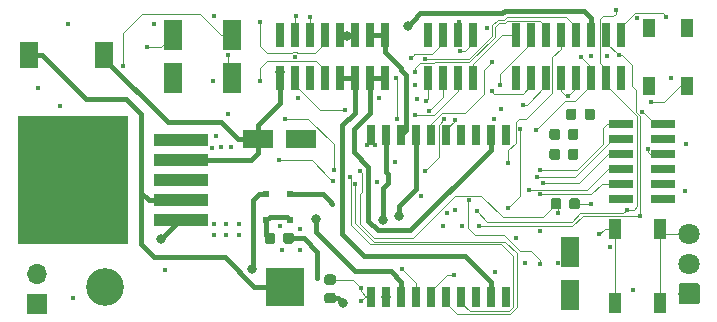
<source format=gbr>
G04 #@! TF.GenerationSoftware,KiCad,Pcbnew,5.1.0*
G04 #@! TF.CreationDate,2019-04-02T20:23:26-06:00*
G04 #@! TF.ProjectId,minisumo-FreeRTOS,6d696e69-7375-46d6-9f2d-467265655254,rev?*
G04 #@! TF.SameCoordinates,Original*
G04 #@! TF.FileFunction,Copper,L1,Top*
G04 #@! TF.FilePolarity,Positive*
%FSLAX46Y46*%
G04 Gerber Fmt 4.6, Leading zero omitted, Abs format (unit mm)*
G04 Created by KiCad (PCBNEW 5.1.0) date 2019-04-02 20:23:26*
%MOMM*%
%LPD*%
G04 APERTURE LIST*
%ADD10R,9.400000X10.800000*%
%ADD11R,4.600000X1.100000*%
%ADD12R,1.500000X2.200000*%
%ADD13R,0.700000X1.700000*%
%ADD14R,2.600000X1.600000*%
%ADD15C,0.100000*%
%ADD16C,0.875000*%
%ADD17R,1.600000X2.600000*%
%ADD18R,3.200000X3.200000*%
%ADD19O,3.200000X3.200000*%
%ADD20R,0.500000X0.500000*%
%ADD21R,1.000000X1.500000*%
%ADD22R,0.750000X2.100000*%
%ADD23R,2.100000X0.750000*%
%ADD24R,1.000000X1.700000*%
%ADD25C,1.800000*%
%ADD26R,1.700000X1.700000*%
%ADD27O,1.700000X1.700000*%
%ADD28C,0.800000*%
%ADD29C,0.450000*%
%ADD30C,0.400000*%
G04 APERTURE END LIST*
D10*
X115000000Y-98950000D03*
D11*
X124150000Y-95550000D03*
X124150000Y-97250000D03*
X124150000Y-98950000D03*
X124150000Y-100650000D03*
X124150000Y-102350000D03*
D12*
X117700000Y-88400000D03*
X111300000Y-88400000D03*
D13*
X140285000Y-95150000D03*
X141555000Y-95150000D03*
X142825000Y-95150000D03*
X144095000Y-95150000D03*
X145365000Y-95150000D03*
X146635000Y-95150000D03*
X147905000Y-95150000D03*
X149175000Y-95150000D03*
X150445000Y-95150000D03*
X151715000Y-95150000D03*
X151715000Y-108850000D03*
X150445000Y-108850000D03*
X149175000Y-108850000D03*
X147905000Y-108850000D03*
X146635000Y-108850000D03*
X145365000Y-108850000D03*
X144095000Y-108850000D03*
X142825000Y-108850000D03*
X141555000Y-108850000D03*
X140285000Y-108850000D03*
D14*
X130700000Y-95500000D03*
X134300000Y-95500000D03*
D15*
G36*
X157627691Y-94626053D02*
G01*
X157648926Y-94629203D01*
X157669750Y-94634419D01*
X157689962Y-94641651D01*
X157709368Y-94650830D01*
X157727781Y-94661866D01*
X157745024Y-94674654D01*
X157760930Y-94689070D01*
X157775346Y-94704976D01*
X157788134Y-94722219D01*
X157799170Y-94740632D01*
X157808349Y-94760038D01*
X157815581Y-94780250D01*
X157820797Y-94801074D01*
X157823947Y-94822309D01*
X157825000Y-94843750D01*
X157825000Y-95356250D01*
X157823947Y-95377691D01*
X157820797Y-95398926D01*
X157815581Y-95419750D01*
X157808349Y-95439962D01*
X157799170Y-95459368D01*
X157788134Y-95477781D01*
X157775346Y-95495024D01*
X157760930Y-95510930D01*
X157745024Y-95525346D01*
X157727781Y-95538134D01*
X157709368Y-95549170D01*
X157689962Y-95558349D01*
X157669750Y-95565581D01*
X157648926Y-95570797D01*
X157627691Y-95573947D01*
X157606250Y-95575000D01*
X157168750Y-95575000D01*
X157147309Y-95573947D01*
X157126074Y-95570797D01*
X157105250Y-95565581D01*
X157085038Y-95558349D01*
X157065632Y-95549170D01*
X157047219Y-95538134D01*
X157029976Y-95525346D01*
X157014070Y-95510930D01*
X156999654Y-95495024D01*
X156986866Y-95477781D01*
X156975830Y-95459368D01*
X156966651Y-95439962D01*
X156959419Y-95419750D01*
X156954203Y-95398926D01*
X156951053Y-95377691D01*
X156950000Y-95356250D01*
X156950000Y-94843750D01*
X156951053Y-94822309D01*
X156954203Y-94801074D01*
X156959419Y-94780250D01*
X156966651Y-94760038D01*
X156975830Y-94740632D01*
X156986866Y-94722219D01*
X156999654Y-94704976D01*
X157014070Y-94689070D01*
X157029976Y-94674654D01*
X157047219Y-94661866D01*
X157065632Y-94650830D01*
X157085038Y-94641651D01*
X157105250Y-94634419D01*
X157126074Y-94629203D01*
X157147309Y-94626053D01*
X157168750Y-94625000D01*
X157606250Y-94625000D01*
X157627691Y-94626053D01*
X157627691Y-94626053D01*
G37*
D16*
X157387500Y-95100000D03*
D15*
G36*
X156052691Y-94626053D02*
G01*
X156073926Y-94629203D01*
X156094750Y-94634419D01*
X156114962Y-94641651D01*
X156134368Y-94650830D01*
X156152781Y-94661866D01*
X156170024Y-94674654D01*
X156185930Y-94689070D01*
X156200346Y-94704976D01*
X156213134Y-94722219D01*
X156224170Y-94740632D01*
X156233349Y-94760038D01*
X156240581Y-94780250D01*
X156245797Y-94801074D01*
X156248947Y-94822309D01*
X156250000Y-94843750D01*
X156250000Y-95356250D01*
X156248947Y-95377691D01*
X156245797Y-95398926D01*
X156240581Y-95419750D01*
X156233349Y-95439962D01*
X156224170Y-95459368D01*
X156213134Y-95477781D01*
X156200346Y-95495024D01*
X156185930Y-95510930D01*
X156170024Y-95525346D01*
X156152781Y-95538134D01*
X156134368Y-95549170D01*
X156114962Y-95558349D01*
X156094750Y-95565581D01*
X156073926Y-95570797D01*
X156052691Y-95573947D01*
X156031250Y-95575000D01*
X155593750Y-95575000D01*
X155572309Y-95573947D01*
X155551074Y-95570797D01*
X155530250Y-95565581D01*
X155510038Y-95558349D01*
X155490632Y-95549170D01*
X155472219Y-95538134D01*
X155454976Y-95525346D01*
X155439070Y-95510930D01*
X155424654Y-95495024D01*
X155411866Y-95477781D01*
X155400830Y-95459368D01*
X155391651Y-95439962D01*
X155384419Y-95419750D01*
X155379203Y-95398926D01*
X155376053Y-95377691D01*
X155375000Y-95356250D01*
X155375000Y-94843750D01*
X155376053Y-94822309D01*
X155379203Y-94801074D01*
X155384419Y-94780250D01*
X155391651Y-94760038D01*
X155400830Y-94740632D01*
X155411866Y-94722219D01*
X155424654Y-94704976D01*
X155439070Y-94689070D01*
X155454976Y-94674654D01*
X155472219Y-94661866D01*
X155490632Y-94650830D01*
X155510038Y-94641651D01*
X155530250Y-94634419D01*
X155551074Y-94629203D01*
X155572309Y-94626053D01*
X155593750Y-94625000D01*
X156031250Y-94625000D01*
X156052691Y-94626053D01*
X156052691Y-94626053D01*
G37*
D16*
X155812500Y-95100000D03*
D15*
G36*
X156052691Y-96326053D02*
G01*
X156073926Y-96329203D01*
X156094750Y-96334419D01*
X156114962Y-96341651D01*
X156134368Y-96350830D01*
X156152781Y-96361866D01*
X156170024Y-96374654D01*
X156185930Y-96389070D01*
X156200346Y-96404976D01*
X156213134Y-96422219D01*
X156224170Y-96440632D01*
X156233349Y-96460038D01*
X156240581Y-96480250D01*
X156245797Y-96501074D01*
X156248947Y-96522309D01*
X156250000Y-96543750D01*
X156250000Y-97056250D01*
X156248947Y-97077691D01*
X156245797Y-97098926D01*
X156240581Y-97119750D01*
X156233349Y-97139962D01*
X156224170Y-97159368D01*
X156213134Y-97177781D01*
X156200346Y-97195024D01*
X156185930Y-97210930D01*
X156170024Y-97225346D01*
X156152781Y-97238134D01*
X156134368Y-97249170D01*
X156114962Y-97258349D01*
X156094750Y-97265581D01*
X156073926Y-97270797D01*
X156052691Y-97273947D01*
X156031250Y-97275000D01*
X155593750Y-97275000D01*
X155572309Y-97273947D01*
X155551074Y-97270797D01*
X155530250Y-97265581D01*
X155510038Y-97258349D01*
X155490632Y-97249170D01*
X155472219Y-97238134D01*
X155454976Y-97225346D01*
X155439070Y-97210930D01*
X155424654Y-97195024D01*
X155411866Y-97177781D01*
X155400830Y-97159368D01*
X155391651Y-97139962D01*
X155384419Y-97119750D01*
X155379203Y-97098926D01*
X155376053Y-97077691D01*
X155375000Y-97056250D01*
X155375000Y-96543750D01*
X155376053Y-96522309D01*
X155379203Y-96501074D01*
X155384419Y-96480250D01*
X155391651Y-96460038D01*
X155400830Y-96440632D01*
X155411866Y-96422219D01*
X155424654Y-96404976D01*
X155439070Y-96389070D01*
X155454976Y-96374654D01*
X155472219Y-96361866D01*
X155490632Y-96350830D01*
X155510038Y-96341651D01*
X155530250Y-96334419D01*
X155551074Y-96329203D01*
X155572309Y-96326053D01*
X155593750Y-96325000D01*
X156031250Y-96325000D01*
X156052691Y-96326053D01*
X156052691Y-96326053D01*
G37*
D16*
X155812500Y-96800000D03*
D15*
G36*
X157627691Y-96326053D02*
G01*
X157648926Y-96329203D01*
X157669750Y-96334419D01*
X157689962Y-96341651D01*
X157709368Y-96350830D01*
X157727781Y-96361866D01*
X157745024Y-96374654D01*
X157760930Y-96389070D01*
X157775346Y-96404976D01*
X157788134Y-96422219D01*
X157799170Y-96440632D01*
X157808349Y-96460038D01*
X157815581Y-96480250D01*
X157820797Y-96501074D01*
X157823947Y-96522309D01*
X157825000Y-96543750D01*
X157825000Y-97056250D01*
X157823947Y-97077691D01*
X157820797Y-97098926D01*
X157815581Y-97119750D01*
X157808349Y-97139962D01*
X157799170Y-97159368D01*
X157788134Y-97177781D01*
X157775346Y-97195024D01*
X157760930Y-97210930D01*
X157745024Y-97225346D01*
X157727781Y-97238134D01*
X157709368Y-97249170D01*
X157689962Y-97258349D01*
X157669750Y-97265581D01*
X157648926Y-97270797D01*
X157627691Y-97273947D01*
X157606250Y-97275000D01*
X157168750Y-97275000D01*
X157147309Y-97273947D01*
X157126074Y-97270797D01*
X157105250Y-97265581D01*
X157085038Y-97258349D01*
X157065632Y-97249170D01*
X157047219Y-97238134D01*
X157029976Y-97225346D01*
X157014070Y-97210930D01*
X156999654Y-97195024D01*
X156986866Y-97177781D01*
X156975830Y-97159368D01*
X156966651Y-97139962D01*
X156959419Y-97119750D01*
X156954203Y-97098926D01*
X156951053Y-97077691D01*
X156950000Y-97056250D01*
X156950000Y-96543750D01*
X156951053Y-96522309D01*
X156954203Y-96501074D01*
X156959419Y-96480250D01*
X156966651Y-96460038D01*
X156975830Y-96440632D01*
X156986866Y-96422219D01*
X156999654Y-96404976D01*
X157014070Y-96389070D01*
X157029976Y-96374654D01*
X157047219Y-96361866D01*
X157065632Y-96350830D01*
X157085038Y-96341651D01*
X157105250Y-96334419D01*
X157126074Y-96329203D01*
X157147309Y-96326053D01*
X157168750Y-96325000D01*
X157606250Y-96325000D01*
X157627691Y-96326053D01*
X157627691Y-96326053D01*
G37*
D16*
X157387500Y-96800000D03*
D15*
G36*
X157452691Y-92926053D02*
G01*
X157473926Y-92929203D01*
X157494750Y-92934419D01*
X157514962Y-92941651D01*
X157534368Y-92950830D01*
X157552781Y-92961866D01*
X157570024Y-92974654D01*
X157585930Y-92989070D01*
X157600346Y-93004976D01*
X157613134Y-93022219D01*
X157624170Y-93040632D01*
X157633349Y-93060038D01*
X157640581Y-93080250D01*
X157645797Y-93101074D01*
X157648947Y-93122309D01*
X157650000Y-93143750D01*
X157650000Y-93656250D01*
X157648947Y-93677691D01*
X157645797Y-93698926D01*
X157640581Y-93719750D01*
X157633349Y-93739962D01*
X157624170Y-93759368D01*
X157613134Y-93777781D01*
X157600346Y-93795024D01*
X157585930Y-93810930D01*
X157570024Y-93825346D01*
X157552781Y-93838134D01*
X157534368Y-93849170D01*
X157514962Y-93858349D01*
X157494750Y-93865581D01*
X157473926Y-93870797D01*
X157452691Y-93873947D01*
X157431250Y-93875000D01*
X156993750Y-93875000D01*
X156972309Y-93873947D01*
X156951074Y-93870797D01*
X156930250Y-93865581D01*
X156910038Y-93858349D01*
X156890632Y-93849170D01*
X156872219Y-93838134D01*
X156854976Y-93825346D01*
X156839070Y-93810930D01*
X156824654Y-93795024D01*
X156811866Y-93777781D01*
X156800830Y-93759368D01*
X156791651Y-93739962D01*
X156784419Y-93719750D01*
X156779203Y-93698926D01*
X156776053Y-93677691D01*
X156775000Y-93656250D01*
X156775000Y-93143750D01*
X156776053Y-93122309D01*
X156779203Y-93101074D01*
X156784419Y-93080250D01*
X156791651Y-93060038D01*
X156800830Y-93040632D01*
X156811866Y-93022219D01*
X156824654Y-93004976D01*
X156839070Y-92989070D01*
X156854976Y-92974654D01*
X156872219Y-92961866D01*
X156890632Y-92950830D01*
X156910038Y-92941651D01*
X156930250Y-92934419D01*
X156951074Y-92929203D01*
X156972309Y-92926053D01*
X156993750Y-92925000D01*
X157431250Y-92925000D01*
X157452691Y-92926053D01*
X157452691Y-92926053D01*
G37*
D16*
X157212500Y-93400000D03*
D15*
G36*
X159027691Y-92926053D02*
G01*
X159048926Y-92929203D01*
X159069750Y-92934419D01*
X159089962Y-92941651D01*
X159109368Y-92950830D01*
X159127781Y-92961866D01*
X159145024Y-92974654D01*
X159160930Y-92989070D01*
X159175346Y-93004976D01*
X159188134Y-93022219D01*
X159199170Y-93040632D01*
X159208349Y-93060038D01*
X159215581Y-93080250D01*
X159220797Y-93101074D01*
X159223947Y-93122309D01*
X159225000Y-93143750D01*
X159225000Y-93656250D01*
X159223947Y-93677691D01*
X159220797Y-93698926D01*
X159215581Y-93719750D01*
X159208349Y-93739962D01*
X159199170Y-93759368D01*
X159188134Y-93777781D01*
X159175346Y-93795024D01*
X159160930Y-93810930D01*
X159145024Y-93825346D01*
X159127781Y-93838134D01*
X159109368Y-93849170D01*
X159089962Y-93858349D01*
X159069750Y-93865581D01*
X159048926Y-93870797D01*
X159027691Y-93873947D01*
X159006250Y-93875000D01*
X158568750Y-93875000D01*
X158547309Y-93873947D01*
X158526074Y-93870797D01*
X158505250Y-93865581D01*
X158485038Y-93858349D01*
X158465632Y-93849170D01*
X158447219Y-93838134D01*
X158429976Y-93825346D01*
X158414070Y-93810930D01*
X158399654Y-93795024D01*
X158386866Y-93777781D01*
X158375830Y-93759368D01*
X158366651Y-93739962D01*
X158359419Y-93719750D01*
X158354203Y-93698926D01*
X158351053Y-93677691D01*
X158350000Y-93656250D01*
X158350000Y-93143750D01*
X158351053Y-93122309D01*
X158354203Y-93101074D01*
X158359419Y-93080250D01*
X158366651Y-93060038D01*
X158375830Y-93040632D01*
X158386866Y-93022219D01*
X158399654Y-93004976D01*
X158414070Y-92989070D01*
X158429976Y-92974654D01*
X158447219Y-92961866D01*
X158465632Y-92950830D01*
X158485038Y-92941651D01*
X158505250Y-92934419D01*
X158526074Y-92929203D01*
X158547309Y-92926053D01*
X158568750Y-92925000D01*
X159006250Y-92925000D01*
X159027691Y-92926053D01*
X159027691Y-92926053D01*
G37*
D16*
X158787500Y-93400000D03*
D15*
G36*
X137077691Y-106976053D02*
G01*
X137098926Y-106979203D01*
X137119750Y-106984419D01*
X137139962Y-106991651D01*
X137159368Y-107000830D01*
X137177781Y-107011866D01*
X137195024Y-107024654D01*
X137210930Y-107039070D01*
X137225346Y-107054976D01*
X137238134Y-107072219D01*
X137249170Y-107090632D01*
X137258349Y-107110038D01*
X137265581Y-107130250D01*
X137270797Y-107151074D01*
X137273947Y-107172309D01*
X137275000Y-107193750D01*
X137275000Y-107631250D01*
X137273947Y-107652691D01*
X137270797Y-107673926D01*
X137265581Y-107694750D01*
X137258349Y-107714962D01*
X137249170Y-107734368D01*
X137238134Y-107752781D01*
X137225346Y-107770024D01*
X137210930Y-107785930D01*
X137195024Y-107800346D01*
X137177781Y-107813134D01*
X137159368Y-107824170D01*
X137139962Y-107833349D01*
X137119750Y-107840581D01*
X137098926Y-107845797D01*
X137077691Y-107848947D01*
X137056250Y-107850000D01*
X136543750Y-107850000D01*
X136522309Y-107848947D01*
X136501074Y-107845797D01*
X136480250Y-107840581D01*
X136460038Y-107833349D01*
X136440632Y-107824170D01*
X136422219Y-107813134D01*
X136404976Y-107800346D01*
X136389070Y-107785930D01*
X136374654Y-107770024D01*
X136361866Y-107752781D01*
X136350830Y-107734368D01*
X136341651Y-107714962D01*
X136334419Y-107694750D01*
X136329203Y-107673926D01*
X136326053Y-107652691D01*
X136325000Y-107631250D01*
X136325000Y-107193750D01*
X136326053Y-107172309D01*
X136329203Y-107151074D01*
X136334419Y-107130250D01*
X136341651Y-107110038D01*
X136350830Y-107090632D01*
X136361866Y-107072219D01*
X136374654Y-107054976D01*
X136389070Y-107039070D01*
X136404976Y-107024654D01*
X136422219Y-107011866D01*
X136440632Y-107000830D01*
X136460038Y-106991651D01*
X136480250Y-106984419D01*
X136501074Y-106979203D01*
X136522309Y-106976053D01*
X136543750Y-106975000D01*
X137056250Y-106975000D01*
X137077691Y-106976053D01*
X137077691Y-106976053D01*
G37*
D16*
X136800000Y-107412500D03*
D15*
G36*
X137077691Y-108551053D02*
G01*
X137098926Y-108554203D01*
X137119750Y-108559419D01*
X137139962Y-108566651D01*
X137159368Y-108575830D01*
X137177781Y-108586866D01*
X137195024Y-108599654D01*
X137210930Y-108614070D01*
X137225346Y-108629976D01*
X137238134Y-108647219D01*
X137249170Y-108665632D01*
X137258349Y-108685038D01*
X137265581Y-108705250D01*
X137270797Y-108726074D01*
X137273947Y-108747309D01*
X137275000Y-108768750D01*
X137275000Y-109206250D01*
X137273947Y-109227691D01*
X137270797Y-109248926D01*
X137265581Y-109269750D01*
X137258349Y-109289962D01*
X137249170Y-109309368D01*
X137238134Y-109327781D01*
X137225346Y-109345024D01*
X137210930Y-109360930D01*
X137195024Y-109375346D01*
X137177781Y-109388134D01*
X137159368Y-109399170D01*
X137139962Y-109408349D01*
X137119750Y-109415581D01*
X137098926Y-109420797D01*
X137077691Y-109423947D01*
X137056250Y-109425000D01*
X136543750Y-109425000D01*
X136522309Y-109423947D01*
X136501074Y-109420797D01*
X136480250Y-109415581D01*
X136460038Y-109408349D01*
X136440632Y-109399170D01*
X136422219Y-109388134D01*
X136404976Y-109375346D01*
X136389070Y-109360930D01*
X136374654Y-109345024D01*
X136361866Y-109327781D01*
X136350830Y-109309368D01*
X136341651Y-109289962D01*
X136334419Y-109269750D01*
X136329203Y-109248926D01*
X136326053Y-109227691D01*
X136325000Y-109206250D01*
X136325000Y-108768750D01*
X136326053Y-108747309D01*
X136329203Y-108726074D01*
X136334419Y-108705250D01*
X136341651Y-108685038D01*
X136350830Y-108665632D01*
X136361866Y-108647219D01*
X136374654Y-108629976D01*
X136389070Y-108614070D01*
X136404976Y-108599654D01*
X136422219Y-108586866D01*
X136440632Y-108575830D01*
X136460038Y-108566651D01*
X136480250Y-108559419D01*
X136501074Y-108554203D01*
X136522309Y-108551053D01*
X136543750Y-108550000D01*
X137056250Y-108550000D01*
X137077691Y-108551053D01*
X137077691Y-108551053D01*
G37*
D16*
X136800000Y-108987500D03*
D17*
X157100000Y-108700000D03*
X157100000Y-105100000D03*
D18*
X133000000Y-108000000D03*
D19*
X117760000Y-108000000D03*
D20*
X131400000Y-102400000D03*
X131400000Y-100200000D03*
X133400000Y-102400000D03*
X133400000Y-100200000D03*
D21*
X163800000Y-91050000D03*
X167000000Y-91050000D03*
X163800000Y-86150000D03*
X167000000Y-86150000D03*
D22*
X148905000Y-90300000D03*
X148905000Y-86700000D03*
X147635000Y-90300000D03*
X147635000Y-86700000D03*
X146365000Y-90300000D03*
X146365000Y-86700000D03*
X145095000Y-90300000D03*
X145095000Y-86700000D03*
D23*
X161400000Y-100575000D03*
X165000000Y-100575000D03*
X161400000Y-99305000D03*
X165000000Y-99305000D03*
X161400000Y-98035000D03*
X165000000Y-98035000D03*
X161400000Y-96765000D03*
X165000000Y-96765000D03*
X161400000Y-95495000D03*
X165000000Y-95495000D03*
X161400000Y-94225000D03*
X165000000Y-94225000D03*
D22*
X141445000Y-90300000D03*
X141445000Y-86700000D03*
X140175000Y-90300000D03*
X140175000Y-86700000D03*
X138905000Y-90300000D03*
X138905000Y-86700000D03*
X137635000Y-90300000D03*
X137635000Y-86700000D03*
X136365000Y-90300000D03*
X136365000Y-86700000D03*
X135095000Y-90300000D03*
X135095000Y-86700000D03*
X133825000Y-90300000D03*
X133825000Y-86700000D03*
X132555000Y-90300000D03*
X132555000Y-86700000D03*
D15*
G36*
X133515191Y-103426053D02*
G01*
X133536426Y-103429203D01*
X133557250Y-103434419D01*
X133577462Y-103441651D01*
X133596868Y-103450830D01*
X133615281Y-103461866D01*
X133632524Y-103474654D01*
X133648430Y-103489070D01*
X133662846Y-103504976D01*
X133675634Y-103522219D01*
X133686670Y-103540632D01*
X133695849Y-103560038D01*
X133703081Y-103580250D01*
X133708297Y-103601074D01*
X133711447Y-103622309D01*
X133712500Y-103643750D01*
X133712500Y-104156250D01*
X133711447Y-104177691D01*
X133708297Y-104198926D01*
X133703081Y-104219750D01*
X133695849Y-104239962D01*
X133686670Y-104259368D01*
X133675634Y-104277781D01*
X133662846Y-104295024D01*
X133648430Y-104310930D01*
X133632524Y-104325346D01*
X133615281Y-104338134D01*
X133596868Y-104349170D01*
X133577462Y-104358349D01*
X133557250Y-104365581D01*
X133536426Y-104370797D01*
X133515191Y-104373947D01*
X133493750Y-104375000D01*
X133056250Y-104375000D01*
X133034809Y-104373947D01*
X133013574Y-104370797D01*
X132992750Y-104365581D01*
X132972538Y-104358349D01*
X132953132Y-104349170D01*
X132934719Y-104338134D01*
X132917476Y-104325346D01*
X132901570Y-104310930D01*
X132887154Y-104295024D01*
X132874366Y-104277781D01*
X132863330Y-104259368D01*
X132854151Y-104239962D01*
X132846919Y-104219750D01*
X132841703Y-104198926D01*
X132838553Y-104177691D01*
X132837500Y-104156250D01*
X132837500Y-103643750D01*
X132838553Y-103622309D01*
X132841703Y-103601074D01*
X132846919Y-103580250D01*
X132854151Y-103560038D01*
X132863330Y-103540632D01*
X132874366Y-103522219D01*
X132887154Y-103504976D01*
X132901570Y-103489070D01*
X132917476Y-103474654D01*
X132934719Y-103461866D01*
X132953132Y-103450830D01*
X132972538Y-103441651D01*
X132992750Y-103434419D01*
X133013574Y-103429203D01*
X133034809Y-103426053D01*
X133056250Y-103425000D01*
X133493750Y-103425000D01*
X133515191Y-103426053D01*
X133515191Y-103426053D01*
G37*
D16*
X133275000Y-103900000D03*
D15*
G36*
X131940191Y-103426053D02*
G01*
X131961426Y-103429203D01*
X131982250Y-103434419D01*
X132002462Y-103441651D01*
X132021868Y-103450830D01*
X132040281Y-103461866D01*
X132057524Y-103474654D01*
X132073430Y-103489070D01*
X132087846Y-103504976D01*
X132100634Y-103522219D01*
X132111670Y-103540632D01*
X132120849Y-103560038D01*
X132128081Y-103580250D01*
X132133297Y-103601074D01*
X132136447Y-103622309D01*
X132137500Y-103643750D01*
X132137500Y-104156250D01*
X132136447Y-104177691D01*
X132133297Y-104198926D01*
X132128081Y-104219750D01*
X132120849Y-104239962D01*
X132111670Y-104259368D01*
X132100634Y-104277781D01*
X132087846Y-104295024D01*
X132073430Y-104310930D01*
X132057524Y-104325346D01*
X132040281Y-104338134D01*
X132021868Y-104349170D01*
X132002462Y-104358349D01*
X131982250Y-104365581D01*
X131961426Y-104370797D01*
X131940191Y-104373947D01*
X131918750Y-104375000D01*
X131481250Y-104375000D01*
X131459809Y-104373947D01*
X131438574Y-104370797D01*
X131417750Y-104365581D01*
X131397538Y-104358349D01*
X131378132Y-104349170D01*
X131359719Y-104338134D01*
X131342476Y-104325346D01*
X131326570Y-104310930D01*
X131312154Y-104295024D01*
X131299366Y-104277781D01*
X131288330Y-104259368D01*
X131279151Y-104239962D01*
X131271919Y-104219750D01*
X131266703Y-104198926D01*
X131263553Y-104177691D01*
X131262500Y-104156250D01*
X131262500Y-103643750D01*
X131263553Y-103622309D01*
X131266703Y-103601074D01*
X131271919Y-103580250D01*
X131279151Y-103560038D01*
X131288330Y-103540632D01*
X131299366Y-103522219D01*
X131312154Y-103504976D01*
X131326570Y-103489070D01*
X131342476Y-103474654D01*
X131359719Y-103461866D01*
X131378132Y-103450830D01*
X131397538Y-103441651D01*
X131417750Y-103434419D01*
X131438574Y-103429203D01*
X131459809Y-103426053D01*
X131481250Y-103425000D01*
X131918750Y-103425000D01*
X131940191Y-103426053D01*
X131940191Y-103426053D01*
G37*
D16*
X131700000Y-103900000D03*
D15*
G36*
X156165191Y-100526053D02*
G01*
X156186426Y-100529203D01*
X156207250Y-100534419D01*
X156227462Y-100541651D01*
X156246868Y-100550830D01*
X156265281Y-100561866D01*
X156282524Y-100574654D01*
X156298430Y-100589070D01*
X156312846Y-100604976D01*
X156325634Y-100622219D01*
X156336670Y-100640632D01*
X156345849Y-100660038D01*
X156353081Y-100680250D01*
X156358297Y-100701074D01*
X156361447Y-100722309D01*
X156362500Y-100743750D01*
X156362500Y-101256250D01*
X156361447Y-101277691D01*
X156358297Y-101298926D01*
X156353081Y-101319750D01*
X156345849Y-101339962D01*
X156336670Y-101359368D01*
X156325634Y-101377781D01*
X156312846Y-101395024D01*
X156298430Y-101410930D01*
X156282524Y-101425346D01*
X156265281Y-101438134D01*
X156246868Y-101449170D01*
X156227462Y-101458349D01*
X156207250Y-101465581D01*
X156186426Y-101470797D01*
X156165191Y-101473947D01*
X156143750Y-101475000D01*
X155706250Y-101475000D01*
X155684809Y-101473947D01*
X155663574Y-101470797D01*
X155642750Y-101465581D01*
X155622538Y-101458349D01*
X155603132Y-101449170D01*
X155584719Y-101438134D01*
X155567476Y-101425346D01*
X155551570Y-101410930D01*
X155537154Y-101395024D01*
X155524366Y-101377781D01*
X155513330Y-101359368D01*
X155504151Y-101339962D01*
X155496919Y-101319750D01*
X155491703Y-101298926D01*
X155488553Y-101277691D01*
X155487500Y-101256250D01*
X155487500Y-100743750D01*
X155488553Y-100722309D01*
X155491703Y-100701074D01*
X155496919Y-100680250D01*
X155504151Y-100660038D01*
X155513330Y-100640632D01*
X155524366Y-100622219D01*
X155537154Y-100604976D01*
X155551570Y-100589070D01*
X155567476Y-100574654D01*
X155584719Y-100561866D01*
X155603132Y-100550830D01*
X155622538Y-100541651D01*
X155642750Y-100534419D01*
X155663574Y-100529203D01*
X155684809Y-100526053D01*
X155706250Y-100525000D01*
X156143750Y-100525000D01*
X156165191Y-100526053D01*
X156165191Y-100526053D01*
G37*
D16*
X155925000Y-101000000D03*
D15*
G36*
X157740191Y-100526053D02*
G01*
X157761426Y-100529203D01*
X157782250Y-100534419D01*
X157802462Y-100541651D01*
X157821868Y-100550830D01*
X157840281Y-100561866D01*
X157857524Y-100574654D01*
X157873430Y-100589070D01*
X157887846Y-100604976D01*
X157900634Y-100622219D01*
X157911670Y-100640632D01*
X157920849Y-100660038D01*
X157928081Y-100680250D01*
X157933297Y-100701074D01*
X157936447Y-100722309D01*
X157937500Y-100743750D01*
X157937500Y-101256250D01*
X157936447Y-101277691D01*
X157933297Y-101298926D01*
X157928081Y-101319750D01*
X157920849Y-101339962D01*
X157911670Y-101359368D01*
X157900634Y-101377781D01*
X157887846Y-101395024D01*
X157873430Y-101410930D01*
X157857524Y-101425346D01*
X157840281Y-101438134D01*
X157821868Y-101449170D01*
X157802462Y-101458349D01*
X157782250Y-101465581D01*
X157761426Y-101470797D01*
X157740191Y-101473947D01*
X157718750Y-101475000D01*
X157281250Y-101475000D01*
X157259809Y-101473947D01*
X157238574Y-101470797D01*
X157217750Y-101465581D01*
X157197538Y-101458349D01*
X157178132Y-101449170D01*
X157159719Y-101438134D01*
X157142476Y-101425346D01*
X157126570Y-101410930D01*
X157112154Y-101395024D01*
X157099366Y-101377781D01*
X157088330Y-101359368D01*
X157079151Y-101339962D01*
X157071919Y-101319750D01*
X157066703Y-101298926D01*
X157063553Y-101277691D01*
X157062500Y-101256250D01*
X157062500Y-100743750D01*
X157063553Y-100722309D01*
X157066703Y-100701074D01*
X157071919Y-100680250D01*
X157079151Y-100660038D01*
X157088330Y-100640632D01*
X157099366Y-100622219D01*
X157112154Y-100604976D01*
X157126570Y-100589070D01*
X157142476Y-100574654D01*
X157159719Y-100561866D01*
X157178132Y-100550830D01*
X157197538Y-100541651D01*
X157217750Y-100534419D01*
X157238574Y-100529203D01*
X157259809Y-100526053D01*
X157281250Y-100525000D01*
X157718750Y-100525000D01*
X157740191Y-100526053D01*
X157740191Y-100526053D01*
G37*
D16*
X157500000Y-101000000D03*
D24*
X164700000Y-103100000D03*
X164700000Y-109400000D03*
X160900000Y-103100000D03*
X160900000Y-109400000D03*
D15*
G36*
X167874324Y-107701205D02*
G01*
X167898612Y-107704808D01*
X167922429Y-107710774D01*
X167945547Y-107719045D01*
X167967743Y-107729543D01*
X167988804Y-107742166D01*
X168008525Y-107756793D01*
X168026718Y-107773282D01*
X168043207Y-107791475D01*
X168057834Y-107811196D01*
X168070457Y-107832257D01*
X168080955Y-107854453D01*
X168089226Y-107877571D01*
X168095192Y-107901388D01*
X168098795Y-107925676D01*
X168100000Y-107950200D01*
X168100000Y-109249800D01*
X168098795Y-109274324D01*
X168095192Y-109298612D01*
X168089226Y-109322429D01*
X168080955Y-109345547D01*
X168070457Y-109367743D01*
X168057834Y-109388804D01*
X168043207Y-109408525D01*
X168026718Y-109426718D01*
X168008525Y-109443207D01*
X167988804Y-109457834D01*
X167967743Y-109470457D01*
X167945547Y-109480955D01*
X167922429Y-109489226D01*
X167898612Y-109495192D01*
X167874324Y-109498795D01*
X167849800Y-109500000D01*
X166550200Y-109500000D01*
X166525676Y-109498795D01*
X166501388Y-109495192D01*
X166477571Y-109489226D01*
X166454453Y-109480955D01*
X166432257Y-109470457D01*
X166411196Y-109457834D01*
X166391475Y-109443207D01*
X166373282Y-109426718D01*
X166356793Y-109408525D01*
X166342166Y-109388804D01*
X166329543Y-109367743D01*
X166319045Y-109345547D01*
X166310774Y-109322429D01*
X166304808Y-109298612D01*
X166301205Y-109274324D01*
X166300000Y-109249800D01*
X166300000Y-107950200D01*
X166301205Y-107925676D01*
X166304808Y-107901388D01*
X166310774Y-107877571D01*
X166319045Y-107854453D01*
X166329543Y-107832257D01*
X166342166Y-107811196D01*
X166356793Y-107791475D01*
X166373282Y-107773282D01*
X166391475Y-107756793D01*
X166411196Y-107742166D01*
X166432257Y-107729543D01*
X166454453Y-107719045D01*
X166477571Y-107710774D01*
X166501388Y-107704808D01*
X166525676Y-107701205D01*
X166550200Y-107700000D01*
X167849800Y-107700000D01*
X167874324Y-107701205D01*
X167874324Y-107701205D01*
G37*
D25*
X167200000Y-108600000D03*
X167200000Y-106060000D03*
X167200000Y-103520000D03*
D22*
X152555000Y-86700000D03*
X152555000Y-90300000D03*
X153825000Y-86700000D03*
X153825000Y-90300000D03*
X155095000Y-86700000D03*
X155095000Y-90300000D03*
X156365000Y-86700000D03*
X156365000Y-90300000D03*
X157635000Y-86700000D03*
X157635000Y-90300000D03*
X158905000Y-86700000D03*
X158905000Y-90300000D03*
X160175000Y-86700000D03*
X160175000Y-90300000D03*
X161445000Y-86700000D03*
X161445000Y-90300000D03*
D26*
X112000000Y-109500000D03*
D27*
X112000000Y-106960000D03*
D17*
X123500000Y-90300000D03*
X123500000Y-86700000D03*
X128500000Y-90300000D03*
X128500000Y-86700000D03*
D28*
X141555000Y-108850000D03*
X137900000Y-109400000D03*
X130200000Y-106500000D03*
X141275144Y-102350021D03*
X157100000Y-108700000D03*
D29*
X111700000Y-96400000D03*
X122800000Y-106600000D03*
X115000000Y-109000000D03*
X132500000Y-86700000D03*
X135100000Y-85200000D03*
X119400000Y-94300000D03*
X118400000Y-94300000D03*
X117500000Y-94300000D03*
X116600000Y-94300000D03*
X125400000Y-99000000D03*
X124150000Y-99000000D03*
X122900000Y-99000000D03*
X118400000Y-95300000D03*
X117500000Y-95300000D03*
X119400000Y-95300000D03*
X116600000Y-95300000D03*
X117500000Y-97300000D03*
X119400000Y-97300000D03*
X118400000Y-96300000D03*
X117500000Y-96300000D03*
X119400000Y-96300000D03*
X116600000Y-97300000D03*
X116600000Y-96300000D03*
X118400000Y-97300000D03*
X114635000Y-85800000D03*
X128120000Y-88400000D03*
X128120000Y-93400000D03*
X119400000Y-97300000D03*
X119500000Y-98700000D03*
X126800000Y-96300000D03*
X139400000Y-108100000D03*
X139400000Y-109200000D03*
X145095000Y-86700000D03*
X140600000Y-96000000D03*
X139900000Y-96000000D03*
X144200000Y-92100000D03*
X149175000Y-108850000D03*
X151715000Y-108850000D03*
X151715000Y-95150000D03*
X151300000Y-93000000D03*
X150787500Y-106800000D03*
X134287500Y-103100000D03*
X152555000Y-90300000D03*
X149223368Y-95733270D03*
X147400000Y-101500000D03*
X163800000Y-91050000D03*
X140775021Y-99122975D03*
X165000000Y-100575000D03*
X147975000Y-102900000D03*
X157100000Y-105100000D03*
X157387500Y-96800000D03*
X157400000Y-95100000D03*
X158787500Y-93400000D03*
X134287500Y-104900000D03*
X157000000Y-104200000D03*
X156100000Y-106000000D03*
X134874990Y-95497468D03*
X113900000Y-92675000D03*
X166825000Y-99887500D03*
X150125000Y-86100000D03*
X156925000Y-91850000D03*
X165675000Y-90325000D03*
X165275000Y-85200000D03*
X158900000Y-88475000D03*
X162450000Y-108325000D03*
X158925000Y-100975000D03*
X160250000Y-88450000D03*
X127150000Y-95275000D03*
D28*
X130600000Y-95800000D03*
X143400000Y-85900000D03*
X132600000Y-89800000D03*
D29*
X142873135Y-106498454D03*
X135700000Y-107300000D03*
D28*
X142600000Y-102000000D03*
D29*
X136999837Y-100995883D03*
X127600000Y-96200000D03*
X128400000Y-96200000D03*
X129100000Y-102700000D03*
X128000000Y-102700000D03*
X127000000Y-102700000D03*
X135100000Y-90300000D03*
X112095000Y-91200000D03*
X121905000Y-85800000D03*
X127000000Y-85100000D03*
X126900000Y-90600000D03*
X134120000Y-92000000D03*
X133800000Y-88524989D03*
X129100000Y-103600000D03*
X127000000Y-103600000D03*
X128000000Y-103600000D03*
X148905000Y-90300000D03*
X144000000Y-90900000D03*
X150700000Y-93774998D03*
X146700000Y-101800000D03*
X132519166Y-102844398D03*
X161445000Y-90300000D03*
X142330201Y-97475010D03*
X144535730Y-100333924D03*
X167000000Y-86150000D03*
X161400000Y-100575000D03*
X146400000Y-102900000D03*
X155812500Y-96800000D03*
X155825000Y-95100000D03*
X157212500Y-93400000D03*
X132712500Y-104900000D03*
X152500000Y-103900000D03*
X153300000Y-106000000D03*
X147700000Y-85625000D03*
X166900000Y-95900000D03*
X162775000Y-85250000D03*
X160475000Y-104650000D03*
X147300000Y-107000000D03*
X150500000Y-89000000D03*
X164000000Y-92400000D03*
D28*
X135600000Y-102300000D03*
X138200000Y-86800010D03*
D29*
X138949978Y-99349284D03*
X138500000Y-98700000D03*
X147905000Y-95150000D03*
X147334827Y-93865173D03*
X151200000Y-90900000D03*
X150490904Y-91478751D03*
X144000000Y-89800000D03*
X153093387Y-92593409D03*
X151900000Y-97500000D03*
X144800000Y-88724979D03*
X154270243Y-94760102D03*
X158025000Y-88525000D03*
X149400000Y-102900000D03*
X163000000Y-102000000D03*
X161225000Y-88425000D03*
X149200000Y-101600000D03*
X161900000Y-101500000D03*
X160975000Y-84575000D03*
X142500000Y-93774998D03*
X147800000Y-88075002D03*
X142376234Y-90310768D03*
X143950011Y-93513112D03*
X145200000Y-93100000D03*
X146484827Y-93815173D03*
X144824990Y-98200000D03*
X143640856Y-88628799D03*
X144948960Y-92308078D03*
X154600000Y-100200000D03*
X164900000Y-99300000D03*
X153600000Y-99800000D03*
X164900000Y-98000000D03*
X154800000Y-99200000D03*
X163675010Y-96330265D03*
X154300000Y-98700000D03*
X164900000Y-95500000D03*
X154600000Y-98100000D03*
X163192478Y-93179274D03*
X130900000Y-90600000D03*
X130900000Y-85600000D03*
X138075010Y-93057781D03*
X133900000Y-85100000D03*
D28*
X122500000Y-104000000D03*
D29*
X159583660Y-103580860D03*
X156100000Y-101800000D03*
X139300000Y-98200000D03*
X151822678Y-101375010D03*
X152900000Y-94700000D03*
X154600000Y-106100000D03*
X148600000Y-100700000D03*
X140900000Y-92000000D03*
X154600000Y-103300000D03*
X122600000Y-95600000D03*
X123686389Y-89473186D03*
X121300000Y-87700000D03*
X119300000Y-89300000D03*
X133000000Y-93800000D03*
X137095778Y-98098424D03*
X132500000Y-97300000D03*
X137051654Y-99097129D03*
D30*
X136800000Y-108987500D02*
X137487500Y-108987500D01*
X137487500Y-108987500D02*
X137900000Y-109400000D01*
X130750000Y-100200000D02*
X130300000Y-100650000D01*
X131400000Y-100200000D02*
X130750000Y-100200000D01*
X130300000Y-106400000D02*
X130200000Y-106500000D01*
X130300000Y-100650000D02*
X130300000Y-106400000D01*
X141275144Y-99666489D02*
X141275144Y-101784336D01*
X141555000Y-98320133D02*
X141740249Y-98505382D01*
X141740249Y-98505382D02*
X141740249Y-99201384D01*
X141555000Y-95150000D02*
X141555000Y-98320133D01*
X141275144Y-101784336D02*
X141275144Y-102350021D01*
X141740249Y-99201384D02*
X141275144Y-99666489D01*
D15*
X135100000Y-86695000D02*
X135095000Y-86700000D01*
X135100000Y-85200000D02*
X135100000Y-86695000D01*
X128120000Y-89920000D02*
X128500000Y-90300000D01*
X128120000Y-88400000D02*
X128120000Y-89920000D01*
X139400000Y-108415000D02*
X139400000Y-108100000D01*
X139835000Y-108850000D02*
X139400000Y-108415000D01*
X140285000Y-108850000D02*
X139835000Y-108850000D01*
X139799999Y-108800001D02*
X140235001Y-108800001D01*
X140235001Y-108800001D02*
X140285000Y-108850000D01*
X139400000Y-109200000D02*
X139799999Y-108800001D01*
X138712500Y-107412500D02*
X139400000Y-108100000D01*
X136800000Y-107412500D02*
X138712500Y-107412500D01*
X149223368Y-95198368D02*
X149223368Y-95415072D01*
X149175000Y-95150000D02*
X149223368Y-95198368D01*
X149223368Y-95415072D02*
X149223368Y-95733270D01*
X156765000Y-91850000D02*
X156925000Y-91850000D01*
X156365000Y-91450000D02*
X156765000Y-91850000D01*
X156365000Y-90300000D02*
X156365000Y-91450000D01*
X157635000Y-90975000D02*
X157625000Y-90985000D01*
X157635000Y-90300000D02*
X157635000Y-90975000D01*
X157625000Y-91150000D02*
X156925000Y-91850000D01*
X157625000Y-90985000D02*
X157625000Y-91150000D01*
X161445000Y-86025000D02*
X162595000Y-84875000D01*
X161445000Y-86700000D02*
X161445000Y-86025000D01*
X164950000Y-84875000D02*
X165275000Y-85200000D01*
X162595000Y-84875000D02*
X164950000Y-84875000D01*
X157500000Y-101000000D02*
X158900000Y-101000000D01*
X158900000Y-101000000D02*
X158925000Y-100975000D01*
D30*
X130700000Y-96700000D02*
X130700000Y-95500000D01*
X130100000Y-97300000D02*
X130700000Y-96700000D01*
X124150000Y-97300000D02*
X130100000Y-97300000D01*
X130700000Y-95500000D02*
X130700000Y-94300000D01*
X132555000Y-92445000D02*
X132555000Y-90300000D01*
X130700000Y-94300000D02*
X132555000Y-92445000D01*
X143799999Y-85500001D02*
X143400000Y-85900000D01*
X158905000Y-86700000D02*
X158905000Y-85250000D01*
X144450011Y-84849989D02*
X143799999Y-85500001D01*
X151372178Y-84849989D02*
X144450011Y-84849989D01*
X158905000Y-85250000D02*
X158304989Y-84649989D01*
X151572178Y-84649989D02*
X151372178Y-84849989D01*
X158304989Y-84649989D02*
X151572178Y-84649989D01*
X129000000Y-95500000D02*
X130700000Y-95500000D01*
X123050000Y-94100000D02*
X127600000Y-94100000D01*
X117700000Y-88750000D02*
X123050000Y-94100000D01*
X127600000Y-94100000D02*
X129000000Y-95500000D01*
X117700000Y-88400000D02*
X117700000Y-88750000D01*
D15*
X144095000Y-108850000D02*
X144095000Y-107720319D01*
X144095000Y-107720319D02*
X143098134Y-106723453D01*
X143098134Y-106723453D02*
X142873135Y-106498454D01*
D30*
X133275000Y-103900000D02*
X134560502Y-103900000D01*
X134560502Y-103900000D02*
X135700000Y-105039498D01*
X135700000Y-106981802D02*
X135700000Y-107300000D01*
X135700000Y-105039498D02*
X135700000Y-106981802D01*
X136774838Y-100770884D02*
X136999837Y-100995883D01*
X136203954Y-100200000D02*
X136774838Y-100770884D01*
X133400000Y-100200000D02*
X136203954Y-100200000D01*
X144095000Y-99701652D02*
X144095000Y-96400000D01*
X142600000Y-101196652D02*
X144095000Y-99701652D01*
X142600000Y-102000000D02*
X142600000Y-101196652D01*
X144095000Y-96400000D02*
X144095000Y-95150000D01*
D15*
X147635000Y-86700000D02*
X147635000Y-85690000D01*
X147635000Y-85690000D02*
X147700000Y-85625000D01*
X151355000Y-86700000D02*
X152080000Y-86700000D01*
X152080000Y-86700000D02*
X152555000Y-86700000D01*
X148905000Y-89150000D02*
X151355000Y-86700000D01*
X148905000Y-90300000D02*
X148905000Y-89150000D01*
X165120000Y-103520000D02*
X164700000Y-103100000D01*
X167200000Y-103520000D02*
X165120000Y-103520000D01*
X164700000Y-109400000D02*
X164700000Y-103100000D01*
X146715000Y-107000000D02*
X147300000Y-107000000D01*
X145365000Y-108850000D02*
X145365000Y-108350000D01*
X145365000Y-108350000D02*
X146715000Y-107000000D01*
X150500000Y-89000000D02*
X150115903Y-89384097D01*
X148214653Y-93300000D02*
X146265000Y-93300000D01*
X146265000Y-93300000D02*
X145365000Y-94200000D01*
X145365000Y-94200000D02*
X145365000Y-95150000D01*
X149800000Y-89700000D02*
X150115903Y-89384097D01*
X149800000Y-91714653D02*
X149800000Y-89700000D01*
X149800000Y-91714653D02*
X148214653Y-93300000D01*
D30*
X121450000Y-100700000D02*
X124150000Y-100700000D01*
X120800000Y-100050000D02*
X121450000Y-100700000D01*
X121900000Y-105500000D02*
X120800000Y-104400000D01*
X120800000Y-104400000D02*
X120800000Y-100050000D01*
X127867996Y-105500000D02*
X121900000Y-105500000D01*
X130367996Y-108000000D02*
X127867996Y-105500000D01*
X133000000Y-108000000D02*
X130367996Y-108000000D01*
X119500000Y-92100000D02*
X120800000Y-93400000D01*
X120800000Y-93400000D02*
X120800000Y-100050000D01*
X116150000Y-92100000D02*
X119500000Y-92100000D01*
X112450000Y-88400000D02*
X116150000Y-92100000D01*
X111300000Y-88400000D02*
X112450000Y-88400000D01*
X131400000Y-103600000D02*
X131700000Y-103900000D01*
X131400000Y-102400000D02*
X131400000Y-103600000D01*
X133119397Y-102119397D02*
X131680603Y-102119397D01*
X133400000Y-102400000D02*
X133119397Y-102119397D01*
X131680603Y-102119397D02*
X131400000Y-102400000D01*
D15*
X165050000Y-92400000D02*
X164000000Y-92400000D01*
X167000000Y-91050000D02*
X166400000Y-91050000D01*
X166400000Y-91050000D02*
X165050000Y-92400000D01*
D30*
X137635000Y-86700000D02*
X138905000Y-86700000D01*
X142825000Y-107600000D02*
X141925000Y-106700000D01*
X142825000Y-108850000D02*
X142825000Y-107600000D01*
X141925000Y-106700000D02*
X138900000Y-106700000D01*
X138900000Y-106700000D02*
X135600000Y-103400000D01*
X135600000Y-103400000D02*
X135600000Y-102300000D01*
D15*
X147585000Y-110300000D02*
X152017860Y-110300000D01*
X152017860Y-110300000D02*
X152600000Y-109717860D01*
X138949978Y-102632836D02*
X138949978Y-99667482D01*
X146635000Y-108850000D02*
X146635000Y-109350000D01*
X138949978Y-99667482D02*
X138949978Y-99349284D01*
X140517142Y-104200000D02*
X138949978Y-102632836D01*
X151600000Y-104200000D02*
X140517142Y-104200000D01*
X152600000Y-105200000D02*
X151600000Y-104200000D01*
X152600000Y-109717860D02*
X152600000Y-105200000D01*
X146635000Y-109350000D02*
X147585000Y-110300000D01*
X148605001Y-110050001D02*
X151985001Y-110050001D01*
X152300000Y-105400000D02*
X151300011Y-104400011D01*
X147905000Y-108850000D02*
X147905000Y-109350000D01*
X138569988Y-102752846D02*
X138569988Y-99214837D01*
X140217152Y-104400010D02*
X138569988Y-102752846D01*
X152300000Y-109735002D02*
X152300000Y-105400000D01*
X151300011Y-104400011D02*
X140217152Y-104400010D01*
X147905000Y-109350000D02*
X148605001Y-110050001D01*
X138569988Y-99214837D02*
X138569988Y-98896639D01*
X151985001Y-110050001D02*
X152300000Y-109735002D01*
X138569988Y-98769988D02*
X138500000Y-98700000D01*
X138569988Y-98896639D02*
X138569988Y-98769988D01*
D30*
X137635000Y-90300000D02*
X138905000Y-90300000D01*
X138905000Y-90300000D02*
X138905000Y-93300795D01*
X148245000Y-105400000D02*
X150445000Y-107600000D01*
X137774998Y-98351998D02*
X137774998Y-99048002D01*
X138905000Y-93300795D02*
X137844986Y-94360809D01*
X150445000Y-107600000D02*
X150445000Y-108850000D01*
X139700000Y-105400000D02*
X148245000Y-105400000D01*
X137844986Y-103544986D02*
X139700000Y-105400000D01*
X137844986Y-94360809D02*
X137844986Y-98282010D01*
X137774998Y-99048002D02*
X137844986Y-99117990D01*
X137844986Y-98282010D02*
X137774998Y-98351998D01*
X137844986Y-99117990D02*
X137844986Y-103544986D01*
X140175000Y-90300000D02*
X141445000Y-90300000D01*
X140175000Y-93314965D02*
X140175000Y-90300000D01*
X138800000Y-94689965D02*
X140175000Y-93314965D01*
X138800000Y-96626996D02*
X138800000Y-94689965D01*
X150445000Y-96400000D02*
X143594978Y-103250022D01*
X150445000Y-95150000D02*
X150445000Y-96400000D01*
X143594978Y-103250022D02*
X140843143Y-103250022D01*
X140050011Y-102456890D02*
X140050011Y-97877007D01*
X140843143Y-103250022D02*
X140050011Y-102456890D01*
X140050011Y-97877007D02*
X138800000Y-96626996D01*
D15*
X147334827Y-93950173D02*
X147334827Y-93865173D01*
X146635000Y-94650000D02*
X147334827Y-93950173D01*
X146635000Y-95150000D02*
X146635000Y-94650000D01*
D30*
X140175000Y-86700000D02*
X141445000Y-86700000D01*
X141445000Y-88150000D02*
X141445000Y-86700000D01*
X142774998Y-89479998D02*
X141445000Y-88150000D01*
X142825000Y-95150000D02*
X143225001Y-94749999D01*
X142774998Y-89648002D02*
X142774998Y-89479998D01*
X143225001Y-94749999D02*
X143225001Y-90098005D01*
X143225001Y-90098005D02*
X142774998Y-89648002D01*
D15*
X151200000Y-90000000D02*
X151200000Y-90900000D01*
X153825000Y-86700000D02*
X153825000Y-87375000D01*
X153825000Y-87375000D02*
X151200000Y-90000000D01*
X153825000Y-90300000D02*
X153825000Y-90975000D01*
X153825000Y-90975000D02*
X153096250Y-91703750D01*
X153096250Y-91703750D02*
X150715903Y-91703750D01*
X150715903Y-91703750D02*
X150490904Y-91478751D01*
X155095000Y-86025000D02*
X154570011Y-85500011D01*
X145590001Y-89099999D02*
X144381803Y-89099999D01*
X144381803Y-89099999D02*
X144000000Y-89481802D01*
X155095000Y-86700000D02*
X155095000Y-86025000D01*
X154570011Y-85500011D02*
X154217153Y-85500011D01*
X154217141Y-85499999D02*
X151794999Y-85499999D01*
X144000000Y-89481802D02*
X144000000Y-89800000D01*
X145690000Y-89000000D02*
X145590001Y-89099999D01*
X148600000Y-89000000D02*
X145690000Y-89000000D01*
X154217153Y-85500011D02*
X154217141Y-85499999D01*
X151609999Y-85684999D02*
X151115001Y-85684999D01*
X151794999Y-85499999D02*
X151609999Y-85684999D01*
X151115001Y-85684999D02*
X150750000Y-86050000D01*
X150750000Y-86850000D02*
X148600000Y-89000000D01*
X150750000Y-86050000D02*
X150750000Y-86850000D01*
X153411585Y-92593409D02*
X153093387Y-92593409D01*
X153476591Y-92593409D02*
X153411585Y-92593409D01*
X155095000Y-90975000D02*
X153476591Y-92593409D01*
X155095000Y-90300000D02*
X155095000Y-90975000D01*
X155620001Y-88594999D02*
X156365000Y-87850000D01*
X151900000Y-97500000D02*
X151900000Y-96414652D01*
X156365000Y-87850000D02*
X156365000Y-86700000D01*
X153400000Y-93800000D02*
X155620001Y-91579999D01*
X151900000Y-96414652D02*
X152500000Y-95814652D01*
X155620001Y-91579999D02*
X155620001Y-88594999D01*
X153400000Y-93800000D02*
X152800000Y-93800000D01*
X152800000Y-93800000D02*
X152500000Y-94100000D01*
X152500000Y-95814652D02*
X152500000Y-94100000D01*
X144800000Y-88724979D02*
X148575023Y-88724979D01*
X148575023Y-88724979D02*
X150549989Y-86750013D01*
X157635000Y-86025000D02*
X157635000Y-86700000D01*
X151812140Y-85200000D02*
X156810000Y-85200000D01*
X151556070Y-85456070D02*
X151812140Y-85200000D01*
X156810000Y-85200000D02*
X157635000Y-86025000D01*
X150986072Y-85456070D02*
X151556070Y-85456070D01*
X150549989Y-85892153D02*
X150986072Y-85456070D01*
X150549989Y-86750013D02*
X150549989Y-85892153D01*
X158905000Y-90975000D02*
X158905000Y-90300000D01*
X157549655Y-92330345D02*
X158905000Y-90975000D01*
X156700000Y-92330345D02*
X157549655Y-92330345D01*
X154270243Y-94760102D02*
X156700000Y-92330345D01*
X158905000Y-89405000D02*
X158905000Y-90300000D01*
X158025000Y-88525000D02*
X158905000Y-89405000D01*
X157300000Y-102900000D02*
X149400000Y-102900000D01*
X158199989Y-102000011D02*
X157300000Y-102900000D01*
X162399989Y-102000011D02*
X158199989Y-102000011D01*
X163000000Y-102000000D02*
X163000000Y-101300011D01*
X163000000Y-101300011D02*
X163000011Y-101300000D01*
X163000011Y-101300000D02*
X163000011Y-101399989D01*
X162400000Y-102000000D02*
X163000000Y-102000000D01*
X162399989Y-102000011D02*
X162400000Y-102000000D01*
X163000011Y-93517153D02*
X163000011Y-101300000D01*
X161225000Y-88425000D02*
X161543198Y-88425000D01*
X161543198Y-88425000D02*
X162400000Y-89281802D01*
X162400000Y-91040002D02*
X162700000Y-91340002D01*
X162400000Y-89281802D02*
X162400000Y-91040002D01*
X162700000Y-91340002D02*
X162700000Y-93217142D01*
X162700000Y-93217142D02*
X163000011Y-93517153D01*
X160175000Y-87375000D02*
X160175000Y-86700000D01*
X161225000Y-88425000D02*
X160175000Y-87375000D01*
X160175000Y-90975000D02*
X160175000Y-90300000D01*
X162800000Y-93600000D02*
X160175000Y-90975000D01*
X161600000Y-101800000D02*
X161900000Y-101500000D01*
X158000000Y-101800000D02*
X161600000Y-101800000D01*
X157300000Y-102500000D02*
X158000000Y-101800000D01*
X150100000Y-102500000D02*
X157300000Y-102500000D01*
X149200000Y-101600000D02*
X150100000Y-102500000D01*
X162500000Y-101500000D02*
X162800000Y-101200000D01*
X161900000Y-101500000D02*
X162500000Y-101500000D01*
X162800000Y-101200000D02*
X162800000Y-93600000D01*
X160175000Y-90300000D02*
X160175000Y-89625000D01*
X159649999Y-89099999D02*
X159649999Y-85325001D01*
X160175000Y-89625000D02*
X159649999Y-89099999D01*
X159649999Y-85325001D02*
X159900000Y-85075000D01*
X160793198Y-85075000D02*
X160750000Y-85075000D01*
X160975000Y-84893198D02*
X160793198Y-85075000D01*
X160975000Y-84575000D02*
X160975000Y-84893198D01*
X159900000Y-85075000D02*
X160750000Y-85075000D01*
X160750000Y-85075000D02*
X160775000Y-85075000D01*
X148905000Y-87375000D02*
X148905000Y-86700000D01*
X148204998Y-88075002D02*
X148905000Y-87375000D01*
X147800000Y-88075002D02*
X148204998Y-88075002D01*
X142500000Y-93774998D02*
X142500000Y-90434534D01*
X142500000Y-90434534D02*
X142376234Y-90310768D01*
X147635000Y-91450000D02*
X145571888Y-93513112D01*
X144268209Y-93513112D02*
X143950011Y-93513112D01*
X145571888Y-93513112D02*
X144268209Y-93513112D01*
X147635000Y-90300000D02*
X147635000Y-91450000D01*
X146365000Y-90300000D02*
X146365000Y-91935000D01*
X146365000Y-91935000D02*
X145200000Y-93100000D01*
X146484827Y-93815173D02*
X146000000Y-94300000D01*
X146000000Y-97024990D02*
X145049989Y-97975001D01*
X146000000Y-94300000D02*
X146000000Y-97024990D01*
X145049989Y-97975001D02*
X144824990Y-98200000D01*
X143919689Y-88349966D02*
X143865855Y-88403800D01*
X146365000Y-86700000D02*
X146365000Y-87375000D01*
X143865855Y-88403800D02*
X143640856Y-88628799D01*
X145390034Y-88349966D02*
X143919689Y-88349966D01*
X146365000Y-87375000D02*
X145390034Y-88349966D01*
X145095000Y-90300000D02*
X145095000Y-92162038D01*
X145095000Y-92162038D02*
X144948960Y-92308078D01*
X160250000Y-99305000D02*
X161400000Y-99305000D01*
X160245000Y-99300000D02*
X160250000Y-99305000D01*
X159800000Y-99300000D02*
X160245000Y-99300000D01*
X158900000Y-100200000D02*
X159800000Y-99300000D01*
X154600000Y-100200000D02*
X158900000Y-100200000D01*
X160300000Y-98035000D02*
X161400000Y-98035000D01*
X158535000Y-99800000D02*
X160300000Y-98035000D01*
X153600000Y-99800000D02*
X158535000Y-99800000D01*
X160300000Y-96765000D02*
X161400000Y-96765000D01*
X157865000Y-99200000D02*
X160300000Y-96765000D01*
X154800000Y-99200000D02*
X157865000Y-99200000D01*
X163675010Y-96590010D02*
X163675010Y-96330265D01*
X165000000Y-96765000D02*
X163850000Y-96765000D01*
X163850000Y-96765000D02*
X163675010Y-96590010D01*
X160725000Y-95495000D02*
X161400000Y-95495000D01*
X157520000Y-98700000D02*
X160725000Y-95495000D01*
X154300000Y-98700000D02*
X157520000Y-98700000D01*
X160250000Y-94225000D02*
X161400000Y-94225000D01*
X159875000Y-94600000D02*
X160250000Y-94225000D01*
X159875000Y-95925000D02*
X159875000Y-94600000D01*
X157700000Y-98100000D02*
X159875000Y-95925000D01*
X154600000Y-98100000D02*
X157700000Y-98100000D01*
X164325000Y-94225000D02*
X163279274Y-93179274D01*
X163279274Y-93179274D02*
X163192478Y-93179274D01*
X165000000Y-94225000D02*
X164325000Y-94225000D01*
X135639999Y-88899999D02*
X131500001Y-88899999D01*
X136365000Y-89625000D02*
X135639999Y-88899999D01*
X136365000Y-90300000D02*
X136365000Y-89625000D01*
X131500001Y-88899999D02*
X130900000Y-89500000D01*
X130900000Y-89500000D02*
X130900000Y-90600000D01*
X133980001Y-88149988D02*
X133619999Y-88149988D01*
X133619999Y-88149988D02*
X133569987Y-88200000D01*
X134030013Y-88200000D02*
X133980001Y-88149988D01*
X133569987Y-88200000D02*
X131500000Y-88200000D01*
X130900000Y-87600000D02*
X130900000Y-85918198D01*
X131500000Y-88200000D02*
X130900000Y-87600000D01*
X135540000Y-88200000D02*
X134030013Y-88200000D01*
X136365000Y-87375000D02*
X135540000Y-88200000D01*
X136365000Y-86700000D02*
X136365000Y-87375000D01*
X130900000Y-85918198D02*
X130900000Y-85600000D01*
X133825000Y-90975000D02*
X135907781Y-93057781D01*
X137756812Y-93057781D02*
X138075010Y-93057781D01*
X135907781Y-93057781D02*
X137756812Y-93057781D01*
X133825000Y-90300000D02*
X133825000Y-90975000D01*
X133825000Y-86700000D02*
X133825000Y-85175000D01*
X133825000Y-85175000D02*
X133900000Y-85100000D01*
D30*
X124150000Y-102400000D02*
X124100000Y-102400000D01*
X124100000Y-102400000D02*
X122500000Y-104000000D01*
D15*
X159814520Y-103350000D02*
X159583660Y-103580860D01*
X156100000Y-101175000D02*
X155925000Y-101000000D01*
X156100000Y-101800000D02*
X156100000Y-101175000D01*
X139324988Y-100175012D02*
X139500000Y-100000000D01*
X139324988Y-102724988D02*
X139324988Y-100175012D01*
X139500000Y-100000000D02*
X139500000Y-98400000D01*
X140500000Y-103900000D02*
X139324988Y-102724988D01*
X154825000Y-102100000D02*
X151400000Y-102100000D01*
X147400000Y-100300000D02*
X143800000Y-103900000D01*
X143800000Y-103900000D02*
X140500000Y-103900000D01*
X155925000Y-101000000D02*
X154825000Y-102100000D01*
X151400000Y-102100000D02*
X149600000Y-100300000D01*
X139500000Y-98400000D02*
X139300000Y-98200000D01*
X149600000Y-100300000D02*
X147400000Y-100300000D01*
X159964520Y-103200000D02*
X159583660Y-103580860D01*
X160064520Y-103100000D02*
X159964520Y-103200000D01*
X160900000Y-103100000D02*
X160064520Y-103100000D01*
X160900000Y-109400000D02*
X160900000Y-103100000D01*
X151822678Y-101375010D02*
X152800000Y-100397688D01*
X152900000Y-94700000D02*
X152900000Y-100297688D01*
X152900000Y-100297688D02*
X152800000Y-100397688D01*
X154600000Y-105781802D02*
X153818198Y-105000000D01*
X154600000Y-106100000D02*
X154600000Y-105781802D01*
X153818198Y-105000000D02*
X152900000Y-105000000D01*
X152900000Y-105000000D02*
X151500000Y-103600000D01*
X151500000Y-103600000D02*
X149100000Y-103600000D01*
X149100000Y-103600000D02*
X148500000Y-103000000D01*
X148500000Y-103000000D02*
X148500000Y-100800000D01*
X148500000Y-100800000D02*
X148600000Y-100700000D01*
X122500000Y-87700000D02*
X123500000Y-86700000D01*
X121300000Y-87700000D02*
X122500000Y-87700000D01*
X127600000Y-86700000D02*
X128500000Y-86700000D01*
X125800000Y-84900000D02*
X127600000Y-86700000D01*
X119300000Y-86500000D02*
X120900000Y-84900000D01*
X120900000Y-84900000D02*
X125800000Y-84900000D01*
X119300000Y-89300000D02*
X119300000Y-86500000D01*
X137095778Y-97780226D02*
X137095778Y-98098424D01*
X134970002Y-93800000D02*
X137095778Y-95925776D01*
X137095778Y-95925776D02*
X137095778Y-97780226D01*
X133000000Y-93800000D02*
X134970002Y-93800000D01*
X135254525Y-97300000D02*
X136826655Y-98872130D01*
X136826655Y-98872130D02*
X137051654Y-99097129D01*
X132500000Y-97300000D02*
X135254525Y-97300000D01*
M02*

</source>
